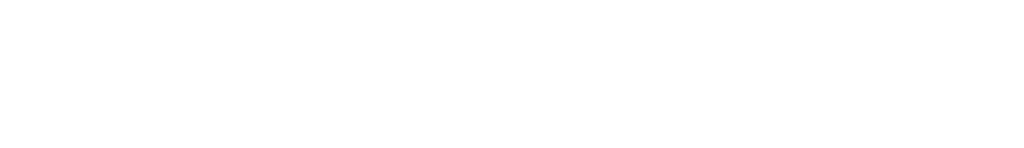
<source format=gbr>
%TF.GenerationSoftware,Altium Limited,Altium Designer,22.4.2 (48)*%
G04 Layer_Color=0*
%FSLAX26Y26*%
%MOIN*%
%TF.SameCoordinates,8C98EB32-1E12-42CD-A60B-9DA89663A72C*%
%TF.FilePolarity,Positive*%
%TF.FileFunction,Plated,1,3,Blind,Drill*%
%TF.Part,Single*%
G01*
G75*
%TA.AperFunction,ViaDrill,NotFilled*%
%ADD222C,0.003937*%
D222*
X8795276Y3222060D02*
D03*
Y3240761D02*
D03*
X6007874Y2625394D02*
D03*
Y2607677D02*
D03*
X4286417Y2942913D02*
D03*
X4229214Y2962598D02*
D03*
X4286417D02*
D03*
X4229138Y2942913D02*
D03*
X5607677Y2582677D02*
D03*
X5625394D02*
D03*
X4955709Y2962598D02*
D03*
Y2942913D02*
D03*
X4898505Y2962598D02*
D03*
X4898429Y2942913D02*
D03*
%TF.MD5,3908697aaf0983c1a095e06434c273ba*%
M02*

</source>
